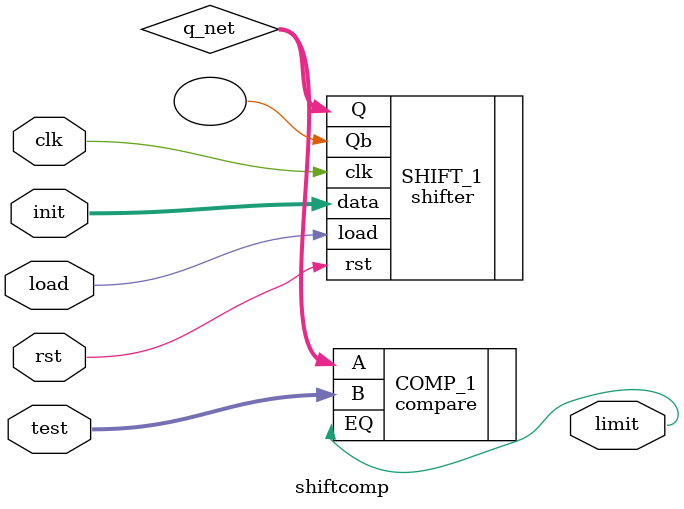
<source format=sv>
module shiftcomp (
  input  logic         clk,
  input  logic         rst,
  input  logic         load,
  input  logic [7:0]   init,
  input  logic [7:0]   test,
  output logic         limit
);

  // Internal net to connect the shifter and comparator.
  logic [7:0] q_net;

  // Instantiate the comparator module.
  compare COMP_1 (
    .A(q_net),
    .B(test),
    .EQ(limit)
  );

  // Instantiate the shifter module.
  shifter SHIFT_1 (
    .clk(clk),
    .rst(rst),
    .load(load),
    .data(init),
    .Q(q_net),
    .Qb()    // Unconnected output, equivalent to VHDL's "open".
  );

endmodule

</source>
